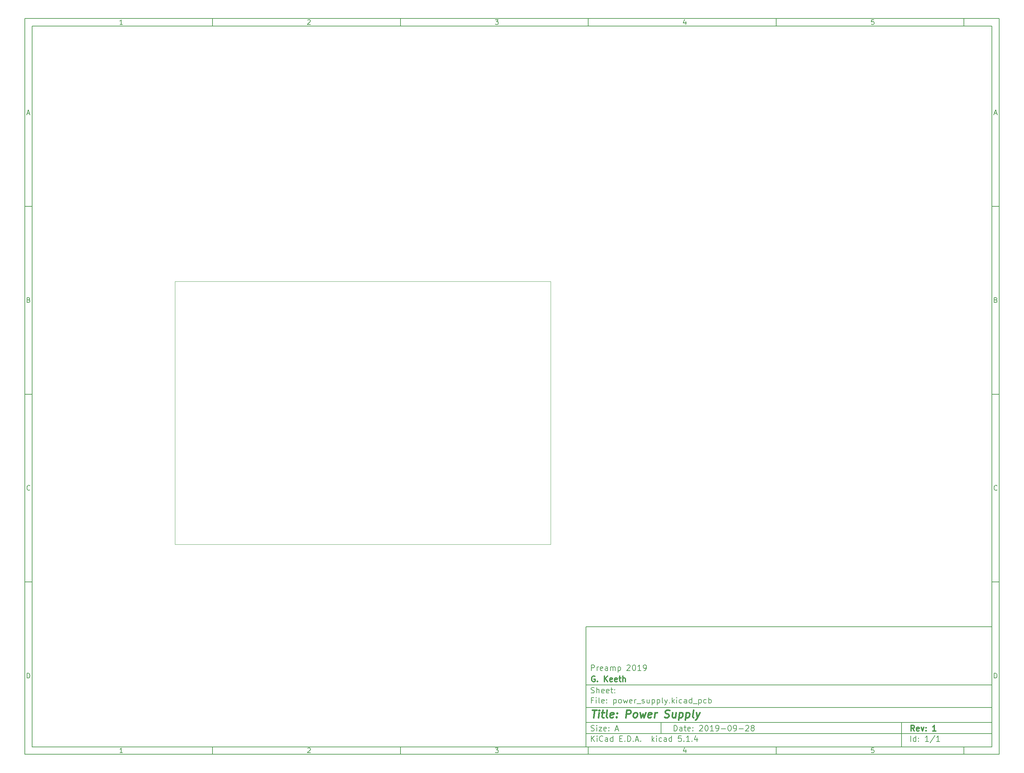
<source format=gbr>
G04 #@! TF.GenerationSoftware,KiCad,Pcbnew,5.1.4*
G04 #@! TF.CreationDate,2019-09-29T22:21:47-04:00*
G04 #@! TF.ProjectId,power_supply,706f7765-725f-4737-9570-706c792e6b69,1*
G04 #@! TF.SameCoordinates,Original*
G04 #@! TF.FileFunction,Profile,NP*
%FSLAX46Y46*%
G04 Gerber Fmt 4.6, Leading zero omitted, Abs format (unit mm)*
G04 Created by KiCad (PCBNEW 5.1.4) date 2019-09-29 22:21:47*
%MOMM*%
%LPD*%
G04 APERTURE LIST*
%ADD10C,0.100000*%
%ADD11C,0.150000*%
%ADD12C,0.300000*%
%ADD13C,0.400000*%
%ADD14C,0.050000*%
G04 APERTURE END LIST*
D10*
D11*
X159400000Y-171900000D02*
X159400000Y-203900000D01*
X267400000Y-203900000D01*
X267400000Y-171900000D01*
X159400000Y-171900000D01*
D10*
D11*
X10000000Y-10000000D02*
X10000000Y-205900000D01*
X269400000Y-205900000D01*
X269400000Y-10000000D01*
X10000000Y-10000000D01*
D10*
D11*
X12000000Y-12000000D02*
X12000000Y-203900000D01*
X267400000Y-203900000D01*
X267400000Y-12000000D01*
X12000000Y-12000000D01*
D10*
D11*
X60000000Y-12000000D02*
X60000000Y-10000000D01*
D10*
D11*
X110000000Y-12000000D02*
X110000000Y-10000000D01*
D10*
D11*
X160000000Y-12000000D02*
X160000000Y-10000000D01*
D10*
D11*
X210000000Y-12000000D02*
X210000000Y-10000000D01*
D10*
D11*
X260000000Y-12000000D02*
X260000000Y-10000000D01*
D10*
D11*
X36065476Y-11588095D02*
X35322619Y-11588095D01*
X35694047Y-11588095D02*
X35694047Y-10288095D01*
X35570238Y-10473809D01*
X35446428Y-10597619D01*
X35322619Y-10659523D01*
D10*
D11*
X85322619Y-10411904D02*
X85384523Y-10350000D01*
X85508333Y-10288095D01*
X85817857Y-10288095D01*
X85941666Y-10350000D01*
X86003571Y-10411904D01*
X86065476Y-10535714D01*
X86065476Y-10659523D01*
X86003571Y-10845238D01*
X85260714Y-11588095D01*
X86065476Y-11588095D01*
D10*
D11*
X135260714Y-10288095D02*
X136065476Y-10288095D01*
X135632142Y-10783333D01*
X135817857Y-10783333D01*
X135941666Y-10845238D01*
X136003571Y-10907142D01*
X136065476Y-11030952D01*
X136065476Y-11340476D01*
X136003571Y-11464285D01*
X135941666Y-11526190D01*
X135817857Y-11588095D01*
X135446428Y-11588095D01*
X135322619Y-11526190D01*
X135260714Y-11464285D01*
D10*
D11*
X185941666Y-10721428D02*
X185941666Y-11588095D01*
X185632142Y-10226190D02*
X185322619Y-11154761D01*
X186127380Y-11154761D01*
D10*
D11*
X236003571Y-10288095D02*
X235384523Y-10288095D01*
X235322619Y-10907142D01*
X235384523Y-10845238D01*
X235508333Y-10783333D01*
X235817857Y-10783333D01*
X235941666Y-10845238D01*
X236003571Y-10907142D01*
X236065476Y-11030952D01*
X236065476Y-11340476D01*
X236003571Y-11464285D01*
X235941666Y-11526190D01*
X235817857Y-11588095D01*
X235508333Y-11588095D01*
X235384523Y-11526190D01*
X235322619Y-11464285D01*
D10*
D11*
X60000000Y-203900000D02*
X60000000Y-205900000D01*
D10*
D11*
X110000000Y-203900000D02*
X110000000Y-205900000D01*
D10*
D11*
X160000000Y-203900000D02*
X160000000Y-205900000D01*
D10*
D11*
X210000000Y-203900000D02*
X210000000Y-205900000D01*
D10*
D11*
X260000000Y-203900000D02*
X260000000Y-205900000D01*
D10*
D11*
X36065476Y-205488095D02*
X35322619Y-205488095D01*
X35694047Y-205488095D02*
X35694047Y-204188095D01*
X35570238Y-204373809D01*
X35446428Y-204497619D01*
X35322619Y-204559523D01*
D10*
D11*
X85322619Y-204311904D02*
X85384523Y-204250000D01*
X85508333Y-204188095D01*
X85817857Y-204188095D01*
X85941666Y-204250000D01*
X86003571Y-204311904D01*
X86065476Y-204435714D01*
X86065476Y-204559523D01*
X86003571Y-204745238D01*
X85260714Y-205488095D01*
X86065476Y-205488095D01*
D10*
D11*
X135260714Y-204188095D02*
X136065476Y-204188095D01*
X135632142Y-204683333D01*
X135817857Y-204683333D01*
X135941666Y-204745238D01*
X136003571Y-204807142D01*
X136065476Y-204930952D01*
X136065476Y-205240476D01*
X136003571Y-205364285D01*
X135941666Y-205426190D01*
X135817857Y-205488095D01*
X135446428Y-205488095D01*
X135322619Y-205426190D01*
X135260714Y-205364285D01*
D10*
D11*
X185941666Y-204621428D02*
X185941666Y-205488095D01*
X185632142Y-204126190D02*
X185322619Y-205054761D01*
X186127380Y-205054761D01*
D10*
D11*
X236003571Y-204188095D02*
X235384523Y-204188095D01*
X235322619Y-204807142D01*
X235384523Y-204745238D01*
X235508333Y-204683333D01*
X235817857Y-204683333D01*
X235941666Y-204745238D01*
X236003571Y-204807142D01*
X236065476Y-204930952D01*
X236065476Y-205240476D01*
X236003571Y-205364285D01*
X235941666Y-205426190D01*
X235817857Y-205488095D01*
X235508333Y-205488095D01*
X235384523Y-205426190D01*
X235322619Y-205364285D01*
D10*
D11*
X10000000Y-60000000D02*
X12000000Y-60000000D01*
D10*
D11*
X10000000Y-110000000D02*
X12000000Y-110000000D01*
D10*
D11*
X10000000Y-160000000D02*
X12000000Y-160000000D01*
D10*
D11*
X10690476Y-35216666D02*
X11309523Y-35216666D01*
X10566666Y-35588095D02*
X11000000Y-34288095D01*
X11433333Y-35588095D01*
D10*
D11*
X11092857Y-84907142D02*
X11278571Y-84969047D01*
X11340476Y-85030952D01*
X11402380Y-85154761D01*
X11402380Y-85340476D01*
X11340476Y-85464285D01*
X11278571Y-85526190D01*
X11154761Y-85588095D01*
X10659523Y-85588095D01*
X10659523Y-84288095D01*
X11092857Y-84288095D01*
X11216666Y-84350000D01*
X11278571Y-84411904D01*
X11340476Y-84535714D01*
X11340476Y-84659523D01*
X11278571Y-84783333D01*
X11216666Y-84845238D01*
X11092857Y-84907142D01*
X10659523Y-84907142D01*
D10*
D11*
X11402380Y-135464285D02*
X11340476Y-135526190D01*
X11154761Y-135588095D01*
X11030952Y-135588095D01*
X10845238Y-135526190D01*
X10721428Y-135402380D01*
X10659523Y-135278571D01*
X10597619Y-135030952D01*
X10597619Y-134845238D01*
X10659523Y-134597619D01*
X10721428Y-134473809D01*
X10845238Y-134350000D01*
X11030952Y-134288095D01*
X11154761Y-134288095D01*
X11340476Y-134350000D01*
X11402380Y-134411904D01*
D10*
D11*
X10659523Y-185588095D02*
X10659523Y-184288095D01*
X10969047Y-184288095D01*
X11154761Y-184350000D01*
X11278571Y-184473809D01*
X11340476Y-184597619D01*
X11402380Y-184845238D01*
X11402380Y-185030952D01*
X11340476Y-185278571D01*
X11278571Y-185402380D01*
X11154761Y-185526190D01*
X10969047Y-185588095D01*
X10659523Y-185588095D01*
D10*
D11*
X269400000Y-60000000D02*
X267400000Y-60000000D01*
D10*
D11*
X269400000Y-110000000D02*
X267400000Y-110000000D01*
D10*
D11*
X269400000Y-160000000D02*
X267400000Y-160000000D01*
D10*
D11*
X268090476Y-35216666D02*
X268709523Y-35216666D01*
X267966666Y-35588095D02*
X268400000Y-34288095D01*
X268833333Y-35588095D01*
D10*
D11*
X268492857Y-84907142D02*
X268678571Y-84969047D01*
X268740476Y-85030952D01*
X268802380Y-85154761D01*
X268802380Y-85340476D01*
X268740476Y-85464285D01*
X268678571Y-85526190D01*
X268554761Y-85588095D01*
X268059523Y-85588095D01*
X268059523Y-84288095D01*
X268492857Y-84288095D01*
X268616666Y-84350000D01*
X268678571Y-84411904D01*
X268740476Y-84535714D01*
X268740476Y-84659523D01*
X268678571Y-84783333D01*
X268616666Y-84845238D01*
X268492857Y-84907142D01*
X268059523Y-84907142D01*
D10*
D11*
X268802380Y-135464285D02*
X268740476Y-135526190D01*
X268554761Y-135588095D01*
X268430952Y-135588095D01*
X268245238Y-135526190D01*
X268121428Y-135402380D01*
X268059523Y-135278571D01*
X267997619Y-135030952D01*
X267997619Y-134845238D01*
X268059523Y-134597619D01*
X268121428Y-134473809D01*
X268245238Y-134350000D01*
X268430952Y-134288095D01*
X268554761Y-134288095D01*
X268740476Y-134350000D01*
X268802380Y-134411904D01*
D10*
D11*
X268059523Y-185588095D02*
X268059523Y-184288095D01*
X268369047Y-184288095D01*
X268554761Y-184350000D01*
X268678571Y-184473809D01*
X268740476Y-184597619D01*
X268802380Y-184845238D01*
X268802380Y-185030952D01*
X268740476Y-185278571D01*
X268678571Y-185402380D01*
X268554761Y-185526190D01*
X268369047Y-185588095D01*
X268059523Y-185588095D01*
D10*
D11*
X182832142Y-199678571D02*
X182832142Y-198178571D01*
X183189285Y-198178571D01*
X183403571Y-198250000D01*
X183546428Y-198392857D01*
X183617857Y-198535714D01*
X183689285Y-198821428D01*
X183689285Y-199035714D01*
X183617857Y-199321428D01*
X183546428Y-199464285D01*
X183403571Y-199607142D01*
X183189285Y-199678571D01*
X182832142Y-199678571D01*
X184975000Y-199678571D02*
X184975000Y-198892857D01*
X184903571Y-198750000D01*
X184760714Y-198678571D01*
X184475000Y-198678571D01*
X184332142Y-198750000D01*
X184975000Y-199607142D02*
X184832142Y-199678571D01*
X184475000Y-199678571D01*
X184332142Y-199607142D01*
X184260714Y-199464285D01*
X184260714Y-199321428D01*
X184332142Y-199178571D01*
X184475000Y-199107142D01*
X184832142Y-199107142D01*
X184975000Y-199035714D01*
X185475000Y-198678571D02*
X186046428Y-198678571D01*
X185689285Y-198178571D02*
X185689285Y-199464285D01*
X185760714Y-199607142D01*
X185903571Y-199678571D01*
X186046428Y-199678571D01*
X187117857Y-199607142D02*
X186975000Y-199678571D01*
X186689285Y-199678571D01*
X186546428Y-199607142D01*
X186475000Y-199464285D01*
X186475000Y-198892857D01*
X186546428Y-198750000D01*
X186689285Y-198678571D01*
X186975000Y-198678571D01*
X187117857Y-198750000D01*
X187189285Y-198892857D01*
X187189285Y-199035714D01*
X186475000Y-199178571D01*
X187832142Y-199535714D02*
X187903571Y-199607142D01*
X187832142Y-199678571D01*
X187760714Y-199607142D01*
X187832142Y-199535714D01*
X187832142Y-199678571D01*
X187832142Y-198750000D02*
X187903571Y-198821428D01*
X187832142Y-198892857D01*
X187760714Y-198821428D01*
X187832142Y-198750000D01*
X187832142Y-198892857D01*
X189617857Y-198321428D02*
X189689285Y-198250000D01*
X189832142Y-198178571D01*
X190189285Y-198178571D01*
X190332142Y-198250000D01*
X190403571Y-198321428D01*
X190475000Y-198464285D01*
X190475000Y-198607142D01*
X190403571Y-198821428D01*
X189546428Y-199678571D01*
X190475000Y-199678571D01*
X191403571Y-198178571D02*
X191546428Y-198178571D01*
X191689285Y-198250000D01*
X191760714Y-198321428D01*
X191832142Y-198464285D01*
X191903571Y-198750000D01*
X191903571Y-199107142D01*
X191832142Y-199392857D01*
X191760714Y-199535714D01*
X191689285Y-199607142D01*
X191546428Y-199678571D01*
X191403571Y-199678571D01*
X191260714Y-199607142D01*
X191189285Y-199535714D01*
X191117857Y-199392857D01*
X191046428Y-199107142D01*
X191046428Y-198750000D01*
X191117857Y-198464285D01*
X191189285Y-198321428D01*
X191260714Y-198250000D01*
X191403571Y-198178571D01*
X193332142Y-199678571D02*
X192475000Y-199678571D01*
X192903571Y-199678571D02*
X192903571Y-198178571D01*
X192760714Y-198392857D01*
X192617857Y-198535714D01*
X192475000Y-198607142D01*
X194046428Y-199678571D02*
X194332142Y-199678571D01*
X194475000Y-199607142D01*
X194546428Y-199535714D01*
X194689285Y-199321428D01*
X194760714Y-199035714D01*
X194760714Y-198464285D01*
X194689285Y-198321428D01*
X194617857Y-198250000D01*
X194475000Y-198178571D01*
X194189285Y-198178571D01*
X194046428Y-198250000D01*
X193975000Y-198321428D01*
X193903571Y-198464285D01*
X193903571Y-198821428D01*
X193975000Y-198964285D01*
X194046428Y-199035714D01*
X194189285Y-199107142D01*
X194475000Y-199107142D01*
X194617857Y-199035714D01*
X194689285Y-198964285D01*
X194760714Y-198821428D01*
X195403571Y-199107142D02*
X196546428Y-199107142D01*
X197546428Y-198178571D02*
X197689285Y-198178571D01*
X197832142Y-198250000D01*
X197903571Y-198321428D01*
X197975000Y-198464285D01*
X198046428Y-198750000D01*
X198046428Y-199107142D01*
X197975000Y-199392857D01*
X197903571Y-199535714D01*
X197832142Y-199607142D01*
X197689285Y-199678571D01*
X197546428Y-199678571D01*
X197403571Y-199607142D01*
X197332142Y-199535714D01*
X197260714Y-199392857D01*
X197189285Y-199107142D01*
X197189285Y-198750000D01*
X197260714Y-198464285D01*
X197332142Y-198321428D01*
X197403571Y-198250000D01*
X197546428Y-198178571D01*
X198760714Y-199678571D02*
X199046428Y-199678571D01*
X199189285Y-199607142D01*
X199260714Y-199535714D01*
X199403571Y-199321428D01*
X199475000Y-199035714D01*
X199475000Y-198464285D01*
X199403571Y-198321428D01*
X199332142Y-198250000D01*
X199189285Y-198178571D01*
X198903571Y-198178571D01*
X198760714Y-198250000D01*
X198689285Y-198321428D01*
X198617857Y-198464285D01*
X198617857Y-198821428D01*
X198689285Y-198964285D01*
X198760714Y-199035714D01*
X198903571Y-199107142D01*
X199189285Y-199107142D01*
X199332142Y-199035714D01*
X199403571Y-198964285D01*
X199475000Y-198821428D01*
X200117857Y-199107142D02*
X201260714Y-199107142D01*
X201903571Y-198321428D02*
X201975000Y-198250000D01*
X202117857Y-198178571D01*
X202475000Y-198178571D01*
X202617857Y-198250000D01*
X202689285Y-198321428D01*
X202760714Y-198464285D01*
X202760714Y-198607142D01*
X202689285Y-198821428D01*
X201832142Y-199678571D01*
X202760714Y-199678571D01*
X203617857Y-198821428D02*
X203475000Y-198750000D01*
X203403571Y-198678571D01*
X203332142Y-198535714D01*
X203332142Y-198464285D01*
X203403571Y-198321428D01*
X203475000Y-198250000D01*
X203617857Y-198178571D01*
X203903571Y-198178571D01*
X204046428Y-198250000D01*
X204117857Y-198321428D01*
X204189285Y-198464285D01*
X204189285Y-198535714D01*
X204117857Y-198678571D01*
X204046428Y-198750000D01*
X203903571Y-198821428D01*
X203617857Y-198821428D01*
X203475000Y-198892857D01*
X203403571Y-198964285D01*
X203332142Y-199107142D01*
X203332142Y-199392857D01*
X203403571Y-199535714D01*
X203475000Y-199607142D01*
X203617857Y-199678571D01*
X203903571Y-199678571D01*
X204046428Y-199607142D01*
X204117857Y-199535714D01*
X204189285Y-199392857D01*
X204189285Y-199107142D01*
X204117857Y-198964285D01*
X204046428Y-198892857D01*
X203903571Y-198821428D01*
D10*
D11*
X159400000Y-200400000D02*
X267400000Y-200400000D01*
D10*
D11*
X160832142Y-202478571D02*
X160832142Y-200978571D01*
X161689285Y-202478571D02*
X161046428Y-201621428D01*
X161689285Y-200978571D02*
X160832142Y-201835714D01*
X162332142Y-202478571D02*
X162332142Y-201478571D01*
X162332142Y-200978571D02*
X162260714Y-201050000D01*
X162332142Y-201121428D01*
X162403571Y-201050000D01*
X162332142Y-200978571D01*
X162332142Y-201121428D01*
X163903571Y-202335714D02*
X163832142Y-202407142D01*
X163617857Y-202478571D01*
X163475000Y-202478571D01*
X163260714Y-202407142D01*
X163117857Y-202264285D01*
X163046428Y-202121428D01*
X162975000Y-201835714D01*
X162975000Y-201621428D01*
X163046428Y-201335714D01*
X163117857Y-201192857D01*
X163260714Y-201050000D01*
X163475000Y-200978571D01*
X163617857Y-200978571D01*
X163832142Y-201050000D01*
X163903571Y-201121428D01*
X165189285Y-202478571D02*
X165189285Y-201692857D01*
X165117857Y-201550000D01*
X164975000Y-201478571D01*
X164689285Y-201478571D01*
X164546428Y-201550000D01*
X165189285Y-202407142D02*
X165046428Y-202478571D01*
X164689285Y-202478571D01*
X164546428Y-202407142D01*
X164475000Y-202264285D01*
X164475000Y-202121428D01*
X164546428Y-201978571D01*
X164689285Y-201907142D01*
X165046428Y-201907142D01*
X165189285Y-201835714D01*
X166546428Y-202478571D02*
X166546428Y-200978571D01*
X166546428Y-202407142D02*
X166403571Y-202478571D01*
X166117857Y-202478571D01*
X165975000Y-202407142D01*
X165903571Y-202335714D01*
X165832142Y-202192857D01*
X165832142Y-201764285D01*
X165903571Y-201621428D01*
X165975000Y-201550000D01*
X166117857Y-201478571D01*
X166403571Y-201478571D01*
X166546428Y-201550000D01*
X168403571Y-201692857D02*
X168903571Y-201692857D01*
X169117857Y-202478571D02*
X168403571Y-202478571D01*
X168403571Y-200978571D01*
X169117857Y-200978571D01*
X169760714Y-202335714D02*
X169832142Y-202407142D01*
X169760714Y-202478571D01*
X169689285Y-202407142D01*
X169760714Y-202335714D01*
X169760714Y-202478571D01*
X170475000Y-202478571D02*
X170475000Y-200978571D01*
X170832142Y-200978571D01*
X171046428Y-201050000D01*
X171189285Y-201192857D01*
X171260714Y-201335714D01*
X171332142Y-201621428D01*
X171332142Y-201835714D01*
X171260714Y-202121428D01*
X171189285Y-202264285D01*
X171046428Y-202407142D01*
X170832142Y-202478571D01*
X170475000Y-202478571D01*
X171975000Y-202335714D02*
X172046428Y-202407142D01*
X171975000Y-202478571D01*
X171903571Y-202407142D01*
X171975000Y-202335714D01*
X171975000Y-202478571D01*
X172617857Y-202050000D02*
X173332142Y-202050000D01*
X172475000Y-202478571D02*
X172975000Y-200978571D01*
X173475000Y-202478571D01*
X173975000Y-202335714D02*
X174046428Y-202407142D01*
X173975000Y-202478571D01*
X173903571Y-202407142D01*
X173975000Y-202335714D01*
X173975000Y-202478571D01*
X176975000Y-202478571D02*
X176975000Y-200978571D01*
X177117857Y-201907142D02*
X177546428Y-202478571D01*
X177546428Y-201478571D02*
X176975000Y-202050000D01*
X178189285Y-202478571D02*
X178189285Y-201478571D01*
X178189285Y-200978571D02*
X178117857Y-201050000D01*
X178189285Y-201121428D01*
X178260714Y-201050000D01*
X178189285Y-200978571D01*
X178189285Y-201121428D01*
X179546428Y-202407142D02*
X179403571Y-202478571D01*
X179117857Y-202478571D01*
X178975000Y-202407142D01*
X178903571Y-202335714D01*
X178832142Y-202192857D01*
X178832142Y-201764285D01*
X178903571Y-201621428D01*
X178975000Y-201550000D01*
X179117857Y-201478571D01*
X179403571Y-201478571D01*
X179546428Y-201550000D01*
X180832142Y-202478571D02*
X180832142Y-201692857D01*
X180760714Y-201550000D01*
X180617857Y-201478571D01*
X180332142Y-201478571D01*
X180189285Y-201550000D01*
X180832142Y-202407142D02*
X180689285Y-202478571D01*
X180332142Y-202478571D01*
X180189285Y-202407142D01*
X180117857Y-202264285D01*
X180117857Y-202121428D01*
X180189285Y-201978571D01*
X180332142Y-201907142D01*
X180689285Y-201907142D01*
X180832142Y-201835714D01*
X182189285Y-202478571D02*
X182189285Y-200978571D01*
X182189285Y-202407142D02*
X182046428Y-202478571D01*
X181760714Y-202478571D01*
X181617857Y-202407142D01*
X181546428Y-202335714D01*
X181475000Y-202192857D01*
X181475000Y-201764285D01*
X181546428Y-201621428D01*
X181617857Y-201550000D01*
X181760714Y-201478571D01*
X182046428Y-201478571D01*
X182189285Y-201550000D01*
X184760714Y-200978571D02*
X184046428Y-200978571D01*
X183975000Y-201692857D01*
X184046428Y-201621428D01*
X184189285Y-201550000D01*
X184546428Y-201550000D01*
X184689285Y-201621428D01*
X184760714Y-201692857D01*
X184832142Y-201835714D01*
X184832142Y-202192857D01*
X184760714Y-202335714D01*
X184689285Y-202407142D01*
X184546428Y-202478571D01*
X184189285Y-202478571D01*
X184046428Y-202407142D01*
X183975000Y-202335714D01*
X185475000Y-202335714D02*
X185546428Y-202407142D01*
X185475000Y-202478571D01*
X185403571Y-202407142D01*
X185475000Y-202335714D01*
X185475000Y-202478571D01*
X186975000Y-202478571D02*
X186117857Y-202478571D01*
X186546428Y-202478571D02*
X186546428Y-200978571D01*
X186403571Y-201192857D01*
X186260714Y-201335714D01*
X186117857Y-201407142D01*
X187617857Y-202335714D02*
X187689285Y-202407142D01*
X187617857Y-202478571D01*
X187546428Y-202407142D01*
X187617857Y-202335714D01*
X187617857Y-202478571D01*
X188975000Y-201478571D02*
X188975000Y-202478571D01*
X188617857Y-200907142D02*
X188260714Y-201978571D01*
X189189285Y-201978571D01*
D10*
D11*
X159400000Y-197400000D02*
X267400000Y-197400000D01*
D10*
D12*
X246809285Y-199678571D02*
X246309285Y-198964285D01*
X245952142Y-199678571D02*
X245952142Y-198178571D01*
X246523571Y-198178571D01*
X246666428Y-198250000D01*
X246737857Y-198321428D01*
X246809285Y-198464285D01*
X246809285Y-198678571D01*
X246737857Y-198821428D01*
X246666428Y-198892857D01*
X246523571Y-198964285D01*
X245952142Y-198964285D01*
X248023571Y-199607142D02*
X247880714Y-199678571D01*
X247595000Y-199678571D01*
X247452142Y-199607142D01*
X247380714Y-199464285D01*
X247380714Y-198892857D01*
X247452142Y-198750000D01*
X247595000Y-198678571D01*
X247880714Y-198678571D01*
X248023571Y-198750000D01*
X248095000Y-198892857D01*
X248095000Y-199035714D01*
X247380714Y-199178571D01*
X248595000Y-198678571D02*
X248952142Y-199678571D01*
X249309285Y-198678571D01*
X249880714Y-199535714D02*
X249952142Y-199607142D01*
X249880714Y-199678571D01*
X249809285Y-199607142D01*
X249880714Y-199535714D01*
X249880714Y-199678571D01*
X249880714Y-198750000D02*
X249952142Y-198821428D01*
X249880714Y-198892857D01*
X249809285Y-198821428D01*
X249880714Y-198750000D01*
X249880714Y-198892857D01*
X252523571Y-199678571D02*
X251666428Y-199678571D01*
X252095000Y-199678571D02*
X252095000Y-198178571D01*
X251952142Y-198392857D01*
X251809285Y-198535714D01*
X251666428Y-198607142D01*
D10*
D11*
X160760714Y-199607142D02*
X160975000Y-199678571D01*
X161332142Y-199678571D01*
X161475000Y-199607142D01*
X161546428Y-199535714D01*
X161617857Y-199392857D01*
X161617857Y-199250000D01*
X161546428Y-199107142D01*
X161475000Y-199035714D01*
X161332142Y-198964285D01*
X161046428Y-198892857D01*
X160903571Y-198821428D01*
X160832142Y-198750000D01*
X160760714Y-198607142D01*
X160760714Y-198464285D01*
X160832142Y-198321428D01*
X160903571Y-198250000D01*
X161046428Y-198178571D01*
X161403571Y-198178571D01*
X161617857Y-198250000D01*
X162260714Y-199678571D02*
X162260714Y-198678571D01*
X162260714Y-198178571D02*
X162189285Y-198250000D01*
X162260714Y-198321428D01*
X162332142Y-198250000D01*
X162260714Y-198178571D01*
X162260714Y-198321428D01*
X162832142Y-198678571D02*
X163617857Y-198678571D01*
X162832142Y-199678571D01*
X163617857Y-199678571D01*
X164760714Y-199607142D02*
X164617857Y-199678571D01*
X164332142Y-199678571D01*
X164189285Y-199607142D01*
X164117857Y-199464285D01*
X164117857Y-198892857D01*
X164189285Y-198750000D01*
X164332142Y-198678571D01*
X164617857Y-198678571D01*
X164760714Y-198750000D01*
X164832142Y-198892857D01*
X164832142Y-199035714D01*
X164117857Y-199178571D01*
X165475000Y-199535714D02*
X165546428Y-199607142D01*
X165475000Y-199678571D01*
X165403571Y-199607142D01*
X165475000Y-199535714D01*
X165475000Y-199678571D01*
X165475000Y-198750000D02*
X165546428Y-198821428D01*
X165475000Y-198892857D01*
X165403571Y-198821428D01*
X165475000Y-198750000D01*
X165475000Y-198892857D01*
X167260714Y-199250000D02*
X167975000Y-199250000D01*
X167117857Y-199678571D02*
X167617857Y-198178571D01*
X168117857Y-199678571D01*
D10*
D11*
X245832142Y-202478571D02*
X245832142Y-200978571D01*
X247189285Y-202478571D02*
X247189285Y-200978571D01*
X247189285Y-202407142D02*
X247046428Y-202478571D01*
X246760714Y-202478571D01*
X246617857Y-202407142D01*
X246546428Y-202335714D01*
X246475000Y-202192857D01*
X246475000Y-201764285D01*
X246546428Y-201621428D01*
X246617857Y-201550000D01*
X246760714Y-201478571D01*
X247046428Y-201478571D01*
X247189285Y-201550000D01*
X247903571Y-202335714D02*
X247975000Y-202407142D01*
X247903571Y-202478571D01*
X247832142Y-202407142D01*
X247903571Y-202335714D01*
X247903571Y-202478571D01*
X247903571Y-201550000D02*
X247975000Y-201621428D01*
X247903571Y-201692857D01*
X247832142Y-201621428D01*
X247903571Y-201550000D01*
X247903571Y-201692857D01*
X250546428Y-202478571D02*
X249689285Y-202478571D01*
X250117857Y-202478571D02*
X250117857Y-200978571D01*
X249975000Y-201192857D01*
X249832142Y-201335714D01*
X249689285Y-201407142D01*
X252260714Y-200907142D02*
X250975000Y-202835714D01*
X253546428Y-202478571D02*
X252689285Y-202478571D01*
X253117857Y-202478571D02*
X253117857Y-200978571D01*
X252975000Y-201192857D01*
X252832142Y-201335714D01*
X252689285Y-201407142D01*
D10*
D11*
X159400000Y-193400000D02*
X267400000Y-193400000D01*
D10*
D13*
X161112380Y-194104761D02*
X162255238Y-194104761D01*
X161433809Y-196104761D02*
X161683809Y-194104761D01*
X162671904Y-196104761D02*
X162838571Y-194771428D01*
X162921904Y-194104761D02*
X162814761Y-194200000D01*
X162898095Y-194295238D01*
X163005238Y-194200000D01*
X162921904Y-194104761D01*
X162898095Y-194295238D01*
X163505238Y-194771428D02*
X164267142Y-194771428D01*
X163874285Y-194104761D02*
X163660000Y-195819047D01*
X163731428Y-196009523D01*
X163910000Y-196104761D01*
X164100476Y-196104761D01*
X165052857Y-196104761D02*
X164874285Y-196009523D01*
X164802857Y-195819047D01*
X165017142Y-194104761D01*
X166588571Y-196009523D02*
X166386190Y-196104761D01*
X166005238Y-196104761D01*
X165826666Y-196009523D01*
X165755238Y-195819047D01*
X165850476Y-195057142D01*
X165969523Y-194866666D01*
X166171904Y-194771428D01*
X166552857Y-194771428D01*
X166731428Y-194866666D01*
X166802857Y-195057142D01*
X166779047Y-195247619D01*
X165802857Y-195438095D01*
X167552857Y-195914285D02*
X167636190Y-196009523D01*
X167529047Y-196104761D01*
X167445714Y-196009523D01*
X167552857Y-195914285D01*
X167529047Y-196104761D01*
X167683809Y-194866666D02*
X167767142Y-194961904D01*
X167660000Y-195057142D01*
X167576666Y-194961904D01*
X167683809Y-194866666D01*
X167660000Y-195057142D01*
X170005238Y-196104761D02*
X170255238Y-194104761D01*
X171017142Y-194104761D01*
X171195714Y-194200000D01*
X171279047Y-194295238D01*
X171350476Y-194485714D01*
X171314761Y-194771428D01*
X171195714Y-194961904D01*
X171088571Y-195057142D01*
X170886190Y-195152380D01*
X170124285Y-195152380D01*
X172290952Y-196104761D02*
X172112380Y-196009523D01*
X172029047Y-195914285D01*
X171957619Y-195723809D01*
X172029047Y-195152380D01*
X172148095Y-194961904D01*
X172255238Y-194866666D01*
X172457619Y-194771428D01*
X172743333Y-194771428D01*
X172921904Y-194866666D01*
X173005238Y-194961904D01*
X173076666Y-195152380D01*
X173005238Y-195723809D01*
X172886190Y-195914285D01*
X172779047Y-196009523D01*
X172576666Y-196104761D01*
X172290952Y-196104761D01*
X173790952Y-194771428D02*
X174005238Y-196104761D01*
X174505238Y-195152380D01*
X174767142Y-196104761D01*
X175314761Y-194771428D01*
X176683809Y-196009523D02*
X176481428Y-196104761D01*
X176100476Y-196104761D01*
X175921904Y-196009523D01*
X175850476Y-195819047D01*
X175945714Y-195057142D01*
X176064761Y-194866666D01*
X176267142Y-194771428D01*
X176648095Y-194771428D01*
X176826666Y-194866666D01*
X176898095Y-195057142D01*
X176874285Y-195247619D01*
X175898095Y-195438095D01*
X177624285Y-196104761D02*
X177790952Y-194771428D01*
X177743333Y-195152380D02*
X177862380Y-194961904D01*
X177969523Y-194866666D01*
X178171904Y-194771428D01*
X178362380Y-194771428D01*
X180302857Y-196009523D02*
X180576666Y-196104761D01*
X181052857Y-196104761D01*
X181255238Y-196009523D01*
X181362380Y-195914285D01*
X181481428Y-195723809D01*
X181505238Y-195533333D01*
X181433809Y-195342857D01*
X181350476Y-195247619D01*
X181171904Y-195152380D01*
X180802857Y-195057142D01*
X180624285Y-194961904D01*
X180540952Y-194866666D01*
X180469523Y-194676190D01*
X180493333Y-194485714D01*
X180612380Y-194295238D01*
X180719523Y-194200000D01*
X180921904Y-194104761D01*
X181398095Y-194104761D01*
X181671904Y-194200000D01*
X183314761Y-194771428D02*
X183148095Y-196104761D01*
X182457619Y-194771428D02*
X182326666Y-195819047D01*
X182398095Y-196009523D01*
X182576666Y-196104761D01*
X182862380Y-196104761D01*
X183064761Y-196009523D01*
X183171904Y-195914285D01*
X184267142Y-194771428D02*
X184017142Y-196771428D01*
X184255238Y-194866666D02*
X184457619Y-194771428D01*
X184838571Y-194771428D01*
X185017142Y-194866666D01*
X185100476Y-194961904D01*
X185171904Y-195152380D01*
X185100476Y-195723809D01*
X184981428Y-195914285D01*
X184874285Y-196009523D01*
X184671904Y-196104761D01*
X184290952Y-196104761D01*
X184112380Y-196009523D01*
X186076666Y-194771428D02*
X185826666Y-196771428D01*
X186064761Y-194866666D02*
X186267142Y-194771428D01*
X186648095Y-194771428D01*
X186826666Y-194866666D01*
X186910000Y-194961904D01*
X186981428Y-195152380D01*
X186910000Y-195723809D01*
X186790952Y-195914285D01*
X186683809Y-196009523D01*
X186481428Y-196104761D01*
X186100476Y-196104761D01*
X185921904Y-196009523D01*
X188005238Y-196104761D02*
X187826666Y-196009523D01*
X187755238Y-195819047D01*
X187969523Y-194104761D01*
X188743333Y-194771428D02*
X189052857Y-196104761D01*
X189695714Y-194771428D02*
X189052857Y-196104761D01*
X188802857Y-196580952D01*
X188695714Y-196676190D01*
X188493333Y-196771428D01*
D10*
D11*
X161332142Y-191492857D02*
X160832142Y-191492857D01*
X160832142Y-192278571D02*
X160832142Y-190778571D01*
X161546428Y-190778571D01*
X162117857Y-192278571D02*
X162117857Y-191278571D01*
X162117857Y-190778571D02*
X162046428Y-190850000D01*
X162117857Y-190921428D01*
X162189285Y-190850000D01*
X162117857Y-190778571D01*
X162117857Y-190921428D01*
X163046428Y-192278571D02*
X162903571Y-192207142D01*
X162832142Y-192064285D01*
X162832142Y-190778571D01*
X164189285Y-192207142D02*
X164046428Y-192278571D01*
X163760714Y-192278571D01*
X163617857Y-192207142D01*
X163546428Y-192064285D01*
X163546428Y-191492857D01*
X163617857Y-191350000D01*
X163760714Y-191278571D01*
X164046428Y-191278571D01*
X164189285Y-191350000D01*
X164260714Y-191492857D01*
X164260714Y-191635714D01*
X163546428Y-191778571D01*
X164903571Y-192135714D02*
X164975000Y-192207142D01*
X164903571Y-192278571D01*
X164832142Y-192207142D01*
X164903571Y-192135714D01*
X164903571Y-192278571D01*
X164903571Y-191350000D02*
X164975000Y-191421428D01*
X164903571Y-191492857D01*
X164832142Y-191421428D01*
X164903571Y-191350000D01*
X164903571Y-191492857D01*
X166760714Y-191278571D02*
X166760714Y-192778571D01*
X166760714Y-191350000D02*
X166903571Y-191278571D01*
X167189285Y-191278571D01*
X167332142Y-191350000D01*
X167403571Y-191421428D01*
X167475000Y-191564285D01*
X167475000Y-191992857D01*
X167403571Y-192135714D01*
X167332142Y-192207142D01*
X167189285Y-192278571D01*
X166903571Y-192278571D01*
X166760714Y-192207142D01*
X168332142Y-192278571D02*
X168189285Y-192207142D01*
X168117857Y-192135714D01*
X168046428Y-191992857D01*
X168046428Y-191564285D01*
X168117857Y-191421428D01*
X168189285Y-191350000D01*
X168332142Y-191278571D01*
X168546428Y-191278571D01*
X168689285Y-191350000D01*
X168760714Y-191421428D01*
X168832142Y-191564285D01*
X168832142Y-191992857D01*
X168760714Y-192135714D01*
X168689285Y-192207142D01*
X168546428Y-192278571D01*
X168332142Y-192278571D01*
X169332142Y-191278571D02*
X169617857Y-192278571D01*
X169903571Y-191564285D01*
X170189285Y-192278571D01*
X170475000Y-191278571D01*
X171617857Y-192207142D02*
X171475000Y-192278571D01*
X171189285Y-192278571D01*
X171046428Y-192207142D01*
X170975000Y-192064285D01*
X170975000Y-191492857D01*
X171046428Y-191350000D01*
X171189285Y-191278571D01*
X171475000Y-191278571D01*
X171617857Y-191350000D01*
X171689285Y-191492857D01*
X171689285Y-191635714D01*
X170975000Y-191778571D01*
X172332142Y-192278571D02*
X172332142Y-191278571D01*
X172332142Y-191564285D02*
X172403571Y-191421428D01*
X172475000Y-191350000D01*
X172617857Y-191278571D01*
X172760714Y-191278571D01*
X172903571Y-192421428D02*
X174046428Y-192421428D01*
X174332142Y-192207142D02*
X174475000Y-192278571D01*
X174760714Y-192278571D01*
X174903571Y-192207142D01*
X174975000Y-192064285D01*
X174975000Y-191992857D01*
X174903571Y-191850000D01*
X174760714Y-191778571D01*
X174546428Y-191778571D01*
X174403571Y-191707142D01*
X174332142Y-191564285D01*
X174332142Y-191492857D01*
X174403571Y-191350000D01*
X174546428Y-191278571D01*
X174760714Y-191278571D01*
X174903571Y-191350000D01*
X176260714Y-191278571D02*
X176260714Y-192278571D01*
X175617857Y-191278571D02*
X175617857Y-192064285D01*
X175689285Y-192207142D01*
X175832142Y-192278571D01*
X176046428Y-192278571D01*
X176189285Y-192207142D01*
X176260714Y-192135714D01*
X176975000Y-191278571D02*
X176975000Y-192778571D01*
X176975000Y-191350000D02*
X177117857Y-191278571D01*
X177403571Y-191278571D01*
X177546428Y-191350000D01*
X177617857Y-191421428D01*
X177689285Y-191564285D01*
X177689285Y-191992857D01*
X177617857Y-192135714D01*
X177546428Y-192207142D01*
X177403571Y-192278571D01*
X177117857Y-192278571D01*
X176975000Y-192207142D01*
X178332142Y-191278571D02*
X178332142Y-192778571D01*
X178332142Y-191350000D02*
X178475000Y-191278571D01*
X178760714Y-191278571D01*
X178903571Y-191350000D01*
X178975000Y-191421428D01*
X179046428Y-191564285D01*
X179046428Y-191992857D01*
X178975000Y-192135714D01*
X178903571Y-192207142D01*
X178760714Y-192278571D01*
X178475000Y-192278571D01*
X178332142Y-192207142D01*
X179903571Y-192278571D02*
X179760714Y-192207142D01*
X179689285Y-192064285D01*
X179689285Y-190778571D01*
X180332142Y-191278571D02*
X180689285Y-192278571D01*
X181046428Y-191278571D02*
X180689285Y-192278571D01*
X180546428Y-192635714D01*
X180475000Y-192707142D01*
X180332142Y-192778571D01*
X181617857Y-192135714D02*
X181689285Y-192207142D01*
X181617857Y-192278571D01*
X181546428Y-192207142D01*
X181617857Y-192135714D01*
X181617857Y-192278571D01*
X182332142Y-192278571D02*
X182332142Y-190778571D01*
X182475000Y-191707142D02*
X182903571Y-192278571D01*
X182903571Y-191278571D02*
X182332142Y-191850000D01*
X183546428Y-192278571D02*
X183546428Y-191278571D01*
X183546428Y-190778571D02*
X183475000Y-190850000D01*
X183546428Y-190921428D01*
X183617857Y-190850000D01*
X183546428Y-190778571D01*
X183546428Y-190921428D01*
X184903571Y-192207142D02*
X184760714Y-192278571D01*
X184475000Y-192278571D01*
X184332142Y-192207142D01*
X184260714Y-192135714D01*
X184189285Y-191992857D01*
X184189285Y-191564285D01*
X184260714Y-191421428D01*
X184332142Y-191350000D01*
X184475000Y-191278571D01*
X184760714Y-191278571D01*
X184903571Y-191350000D01*
X186189285Y-192278571D02*
X186189285Y-191492857D01*
X186117857Y-191350000D01*
X185975000Y-191278571D01*
X185689285Y-191278571D01*
X185546428Y-191350000D01*
X186189285Y-192207142D02*
X186046428Y-192278571D01*
X185689285Y-192278571D01*
X185546428Y-192207142D01*
X185475000Y-192064285D01*
X185475000Y-191921428D01*
X185546428Y-191778571D01*
X185689285Y-191707142D01*
X186046428Y-191707142D01*
X186189285Y-191635714D01*
X187546428Y-192278571D02*
X187546428Y-190778571D01*
X187546428Y-192207142D02*
X187403571Y-192278571D01*
X187117857Y-192278571D01*
X186975000Y-192207142D01*
X186903571Y-192135714D01*
X186832142Y-191992857D01*
X186832142Y-191564285D01*
X186903571Y-191421428D01*
X186975000Y-191350000D01*
X187117857Y-191278571D01*
X187403571Y-191278571D01*
X187546428Y-191350000D01*
X187903571Y-192421428D02*
X189046428Y-192421428D01*
X189403571Y-191278571D02*
X189403571Y-192778571D01*
X189403571Y-191350000D02*
X189546428Y-191278571D01*
X189832142Y-191278571D01*
X189975000Y-191350000D01*
X190046428Y-191421428D01*
X190117857Y-191564285D01*
X190117857Y-191992857D01*
X190046428Y-192135714D01*
X189975000Y-192207142D01*
X189832142Y-192278571D01*
X189546428Y-192278571D01*
X189403571Y-192207142D01*
X191403571Y-192207142D02*
X191260714Y-192278571D01*
X190975000Y-192278571D01*
X190832142Y-192207142D01*
X190760714Y-192135714D01*
X190689285Y-191992857D01*
X190689285Y-191564285D01*
X190760714Y-191421428D01*
X190832142Y-191350000D01*
X190975000Y-191278571D01*
X191260714Y-191278571D01*
X191403571Y-191350000D01*
X192046428Y-192278571D02*
X192046428Y-190778571D01*
X192046428Y-191350000D02*
X192189285Y-191278571D01*
X192475000Y-191278571D01*
X192617857Y-191350000D01*
X192689285Y-191421428D01*
X192760714Y-191564285D01*
X192760714Y-191992857D01*
X192689285Y-192135714D01*
X192617857Y-192207142D01*
X192475000Y-192278571D01*
X192189285Y-192278571D01*
X192046428Y-192207142D01*
D10*
D11*
X159400000Y-187400000D02*
X267400000Y-187400000D01*
D10*
D11*
X160760714Y-189507142D02*
X160975000Y-189578571D01*
X161332142Y-189578571D01*
X161475000Y-189507142D01*
X161546428Y-189435714D01*
X161617857Y-189292857D01*
X161617857Y-189150000D01*
X161546428Y-189007142D01*
X161475000Y-188935714D01*
X161332142Y-188864285D01*
X161046428Y-188792857D01*
X160903571Y-188721428D01*
X160832142Y-188650000D01*
X160760714Y-188507142D01*
X160760714Y-188364285D01*
X160832142Y-188221428D01*
X160903571Y-188150000D01*
X161046428Y-188078571D01*
X161403571Y-188078571D01*
X161617857Y-188150000D01*
X162260714Y-189578571D02*
X162260714Y-188078571D01*
X162903571Y-189578571D02*
X162903571Y-188792857D01*
X162832142Y-188650000D01*
X162689285Y-188578571D01*
X162475000Y-188578571D01*
X162332142Y-188650000D01*
X162260714Y-188721428D01*
X164189285Y-189507142D02*
X164046428Y-189578571D01*
X163760714Y-189578571D01*
X163617857Y-189507142D01*
X163546428Y-189364285D01*
X163546428Y-188792857D01*
X163617857Y-188650000D01*
X163760714Y-188578571D01*
X164046428Y-188578571D01*
X164189285Y-188650000D01*
X164260714Y-188792857D01*
X164260714Y-188935714D01*
X163546428Y-189078571D01*
X165475000Y-189507142D02*
X165332142Y-189578571D01*
X165046428Y-189578571D01*
X164903571Y-189507142D01*
X164832142Y-189364285D01*
X164832142Y-188792857D01*
X164903571Y-188650000D01*
X165046428Y-188578571D01*
X165332142Y-188578571D01*
X165475000Y-188650000D01*
X165546428Y-188792857D01*
X165546428Y-188935714D01*
X164832142Y-189078571D01*
X165975000Y-188578571D02*
X166546428Y-188578571D01*
X166189285Y-188078571D02*
X166189285Y-189364285D01*
X166260714Y-189507142D01*
X166403571Y-189578571D01*
X166546428Y-189578571D01*
X167046428Y-189435714D02*
X167117857Y-189507142D01*
X167046428Y-189578571D01*
X166975000Y-189507142D01*
X167046428Y-189435714D01*
X167046428Y-189578571D01*
X167046428Y-188650000D02*
X167117857Y-188721428D01*
X167046428Y-188792857D01*
X166975000Y-188721428D01*
X167046428Y-188650000D01*
X167046428Y-188792857D01*
D10*
D12*
X161737857Y-185150000D02*
X161595000Y-185078571D01*
X161380714Y-185078571D01*
X161166428Y-185150000D01*
X161023571Y-185292857D01*
X160952142Y-185435714D01*
X160880714Y-185721428D01*
X160880714Y-185935714D01*
X160952142Y-186221428D01*
X161023571Y-186364285D01*
X161166428Y-186507142D01*
X161380714Y-186578571D01*
X161523571Y-186578571D01*
X161737857Y-186507142D01*
X161809285Y-186435714D01*
X161809285Y-185935714D01*
X161523571Y-185935714D01*
X162452142Y-186435714D02*
X162523571Y-186507142D01*
X162452142Y-186578571D01*
X162380714Y-186507142D01*
X162452142Y-186435714D01*
X162452142Y-186578571D01*
X164309285Y-186578571D02*
X164309285Y-185078571D01*
X165166428Y-186578571D02*
X164523571Y-185721428D01*
X165166428Y-185078571D02*
X164309285Y-185935714D01*
X166380714Y-186507142D02*
X166237857Y-186578571D01*
X165952142Y-186578571D01*
X165809285Y-186507142D01*
X165737857Y-186364285D01*
X165737857Y-185792857D01*
X165809285Y-185650000D01*
X165952142Y-185578571D01*
X166237857Y-185578571D01*
X166380714Y-185650000D01*
X166452142Y-185792857D01*
X166452142Y-185935714D01*
X165737857Y-186078571D01*
X167666428Y-186507142D02*
X167523571Y-186578571D01*
X167237857Y-186578571D01*
X167095000Y-186507142D01*
X167023571Y-186364285D01*
X167023571Y-185792857D01*
X167095000Y-185650000D01*
X167237857Y-185578571D01*
X167523571Y-185578571D01*
X167666428Y-185650000D01*
X167737857Y-185792857D01*
X167737857Y-185935714D01*
X167023571Y-186078571D01*
X168166428Y-185578571D02*
X168737857Y-185578571D01*
X168380714Y-185078571D02*
X168380714Y-186364285D01*
X168452142Y-186507142D01*
X168595000Y-186578571D01*
X168737857Y-186578571D01*
X169237857Y-186578571D02*
X169237857Y-185078571D01*
X169880714Y-186578571D02*
X169880714Y-185792857D01*
X169809285Y-185650000D01*
X169666428Y-185578571D01*
X169452142Y-185578571D01*
X169309285Y-185650000D01*
X169237857Y-185721428D01*
D10*
D11*
X160832142Y-183578571D02*
X160832142Y-182078571D01*
X161403571Y-182078571D01*
X161546428Y-182150000D01*
X161617857Y-182221428D01*
X161689285Y-182364285D01*
X161689285Y-182578571D01*
X161617857Y-182721428D01*
X161546428Y-182792857D01*
X161403571Y-182864285D01*
X160832142Y-182864285D01*
X162332142Y-183578571D02*
X162332142Y-182578571D01*
X162332142Y-182864285D02*
X162403571Y-182721428D01*
X162475000Y-182650000D01*
X162617857Y-182578571D01*
X162760714Y-182578571D01*
X163832142Y-183507142D02*
X163689285Y-183578571D01*
X163403571Y-183578571D01*
X163260714Y-183507142D01*
X163189285Y-183364285D01*
X163189285Y-182792857D01*
X163260714Y-182650000D01*
X163403571Y-182578571D01*
X163689285Y-182578571D01*
X163832142Y-182650000D01*
X163903571Y-182792857D01*
X163903571Y-182935714D01*
X163189285Y-183078571D01*
X165189285Y-183578571D02*
X165189285Y-182792857D01*
X165117857Y-182650000D01*
X164975000Y-182578571D01*
X164689285Y-182578571D01*
X164546428Y-182650000D01*
X165189285Y-183507142D02*
X165046428Y-183578571D01*
X164689285Y-183578571D01*
X164546428Y-183507142D01*
X164475000Y-183364285D01*
X164475000Y-183221428D01*
X164546428Y-183078571D01*
X164689285Y-183007142D01*
X165046428Y-183007142D01*
X165189285Y-182935714D01*
X165903571Y-183578571D02*
X165903571Y-182578571D01*
X165903571Y-182721428D02*
X165975000Y-182650000D01*
X166117857Y-182578571D01*
X166332142Y-182578571D01*
X166475000Y-182650000D01*
X166546428Y-182792857D01*
X166546428Y-183578571D01*
X166546428Y-182792857D02*
X166617857Y-182650000D01*
X166760714Y-182578571D01*
X166975000Y-182578571D01*
X167117857Y-182650000D01*
X167189285Y-182792857D01*
X167189285Y-183578571D01*
X167903571Y-182578571D02*
X167903571Y-184078571D01*
X167903571Y-182650000D02*
X168046428Y-182578571D01*
X168332142Y-182578571D01*
X168475000Y-182650000D01*
X168546428Y-182721428D01*
X168617857Y-182864285D01*
X168617857Y-183292857D01*
X168546428Y-183435714D01*
X168475000Y-183507142D01*
X168332142Y-183578571D01*
X168046428Y-183578571D01*
X167903571Y-183507142D01*
X170332142Y-182221428D02*
X170403571Y-182150000D01*
X170546428Y-182078571D01*
X170903571Y-182078571D01*
X171046428Y-182150000D01*
X171117857Y-182221428D01*
X171189285Y-182364285D01*
X171189285Y-182507142D01*
X171117857Y-182721428D01*
X170260714Y-183578571D01*
X171189285Y-183578571D01*
X172117857Y-182078571D02*
X172260714Y-182078571D01*
X172403571Y-182150000D01*
X172475000Y-182221428D01*
X172546428Y-182364285D01*
X172617857Y-182650000D01*
X172617857Y-183007142D01*
X172546428Y-183292857D01*
X172475000Y-183435714D01*
X172403571Y-183507142D01*
X172260714Y-183578571D01*
X172117857Y-183578571D01*
X171975000Y-183507142D01*
X171903571Y-183435714D01*
X171832142Y-183292857D01*
X171760714Y-183007142D01*
X171760714Y-182650000D01*
X171832142Y-182364285D01*
X171903571Y-182221428D01*
X171975000Y-182150000D01*
X172117857Y-182078571D01*
X174046428Y-183578571D02*
X173189285Y-183578571D01*
X173617857Y-183578571D02*
X173617857Y-182078571D01*
X173475000Y-182292857D01*
X173332142Y-182435714D01*
X173189285Y-182507142D01*
X174760714Y-183578571D02*
X175046428Y-183578571D01*
X175189285Y-183507142D01*
X175260714Y-183435714D01*
X175403571Y-183221428D01*
X175475000Y-182935714D01*
X175475000Y-182364285D01*
X175403571Y-182221428D01*
X175332142Y-182150000D01*
X175189285Y-182078571D01*
X174903571Y-182078571D01*
X174760714Y-182150000D01*
X174689285Y-182221428D01*
X174617857Y-182364285D01*
X174617857Y-182721428D01*
X174689285Y-182864285D01*
X174760714Y-182935714D01*
X174903571Y-183007142D01*
X175189285Y-183007142D01*
X175332142Y-182935714D01*
X175403571Y-182864285D01*
X175475000Y-182721428D01*
D10*
D11*
X179400000Y-197400000D02*
X179400000Y-200400000D01*
D10*
D11*
X243400000Y-197400000D02*
X243400000Y-203900000D01*
D14*
X150000000Y-80000000D02*
X150000000Y-150000000D01*
X50000000Y-80000000D02*
X150000000Y-80000000D01*
X50000000Y-150000000D02*
X50000000Y-80000000D01*
X150000000Y-150000000D02*
X50000000Y-150000000D01*
M02*

</source>
